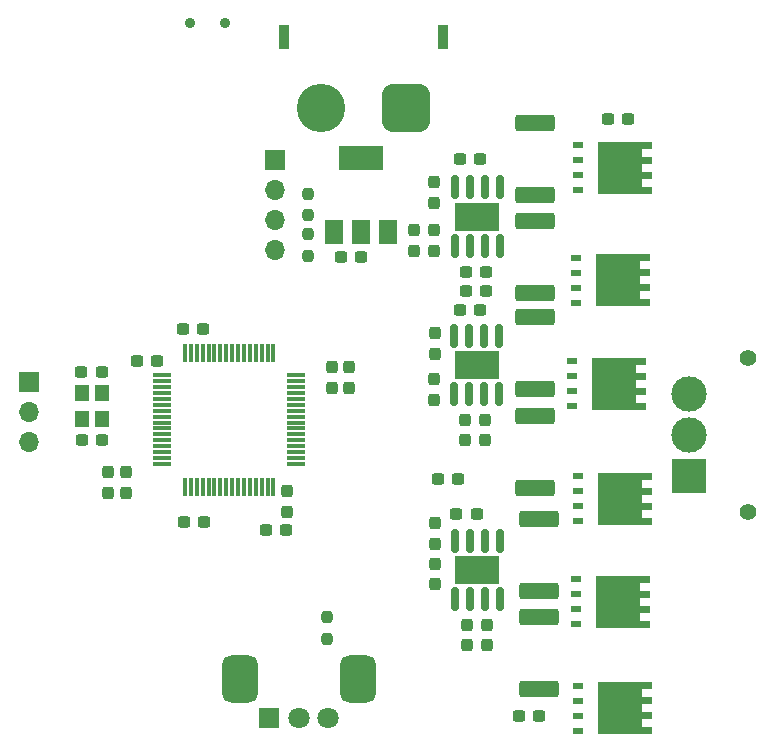
<source format=gbr>
%TF.GenerationSoftware,KiCad,Pcbnew,7.0.7*%
%TF.CreationDate,2024-09-12T14:34:45-05:00*%
%TF.ProjectId,ESC,4553432e-6b69-4636-9164-5f7063625858,rev?*%
%TF.SameCoordinates,Original*%
%TF.FileFunction,Soldermask,Top*%
%TF.FilePolarity,Negative*%
%FSLAX46Y46*%
G04 Gerber Fmt 4.6, Leading zero omitted, Abs format (unit mm)*
G04 Created by KiCad (PCBNEW 7.0.7) date 2024-09-12 14:34:45*
%MOMM*%
%LPD*%
G01*
G04 APERTURE LIST*
G04 Aperture macros list*
%AMRoundRect*
0 Rectangle with rounded corners*
0 $1 Rounding radius*
0 $2 $3 $4 $5 $6 $7 $8 $9 X,Y pos of 4 corners*
0 Add a 4 corners polygon primitive as box body*
4,1,4,$2,$3,$4,$5,$6,$7,$8,$9,$2,$3,0*
0 Add four circle primitives for the rounded corners*
1,1,$1+$1,$2,$3*
1,1,$1+$1,$4,$5*
1,1,$1+$1,$6,$7*
1,1,$1+$1,$8,$9*
0 Add four rect primitives between the rounded corners*
20,1,$1+$1,$2,$3,$4,$5,0*
20,1,$1+$1,$4,$5,$6,$7,0*
20,1,$1+$1,$6,$7,$8,$9,0*
20,1,$1+$1,$8,$9,$2,$3,0*%
%AMFreePoly0*
4,1,17,2.675000,1.605000,1.875000,1.605000,1.875000,0.935000,2.675000,0.935000,2.675000,0.335000,1.875000,0.335000,1.875000,-0.335000,2.675000,-0.335000,2.675000,-0.935000,1.875000,-0.935000,1.875000,-1.605000,2.675000,-1.605000,2.675000,-2.205000,-1.875000,-2.205000,-1.875000,2.205000,2.675000,2.205000,2.675000,1.605000,2.675000,1.605000,$1*%
G04 Aperture macros list end*
%ADD10RoundRect,0.237500X0.300000X0.237500X-0.300000X0.237500X-0.300000X-0.237500X0.300000X-0.237500X0*%
%ADD11RoundRect,0.237500X-0.237500X0.300000X-0.237500X-0.300000X0.237500X-0.300000X0.237500X0.300000X0*%
%ADD12RoundRect,0.237500X-0.300000X-0.237500X0.300000X-0.237500X0.300000X0.237500X-0.300000X0.237500X0*%
%ADD13R,1.200000X1.400000*%
%ADD14FreePoly0,0.000000*%
%ADD15R,0.850000X0.500000*%
%ADD16R,0.900000X2.000000*%
%ADD17RoundRect,1.025000X-1.025000X-1.025000X1.025000X-1.025000X1.025000X1.025000X-1.025000X1.025000X0*%
%ADD18C,4.100000*%
%ADD19R,1.700000X1.700000*%
%ADD20O,1.700000X1.700000*%
%ADD21RoundRect,0.150000X0.150000X-0.825000X0.150000X0.825000X-0.150000X0.825000X-0.150000X-0.825000X0*%
%ADD22R,3.810000X2.410000*%
%ADD23RoundRect,0.249999X-1.425001X0.450001X-1.425001X-0.450001X1.425001X-0.450001X1.425001X0.450001X0*%
%ADD24RoundRect,0.237500X-0.237500X0.287500X-0.237500X-0.287500X0.237500X-0.287500X0.237500X0.287500X0*%
%ADD25RoundRect,0.075000X-0.700000X-0.075000X0.700000X-0.075000X0.700000X0.075000X-0.700000X0.075000X0*%
%ADD26RoundRect,0.075000X-0.075000X-0.700000X0.075000X-0.700000X0.075000X0.700000X-0.075000X0.700000X0*%
%ADD27RoundRect,0.237500X0.237500X-0.250000X0.237500X0.250000X-0.237500X0.250000X-0.237500X-0.250000X0*%
%ADD28RoundRect,0.237500X0.237500X-0.300000X0.237500X0.300000X-0.237500X0.300000X-0.237500X-0.300000X0*%
%ADD29C,1.400000*%
%ADD30R,3.000000X3.000000*%
%ADD31C,3.000000*%
%ADD32RoundRect,0.237500X-0.237500X0.250000X-0.237500X-0.250000X0.237500X-0.250000X0.237500X0.250000X0*%
%ADD33R,1.800000X1.800000*%
%ADD34C,1.800000*%
%ADD35RoundRect,0.750000X-0.750000X1.250000X-0.750000X-1.250000X0.750000X-1.250000X0.750000X1.250000X0*%
%ADD36RoundRect,0.249999X1.425001X-0.450001X1.425001X0.450001X-1.425001X0.450001X-1.425001X-0.450001X0*%
%ADD37R,1.500000X2.000000*%
%ADD38R,3.800000X2.000000*%
%ADD39C,0.900000*%
G04 APERTURE END LIST*
D10*
%TO.C,C16*%
X204672100Y-89204800D03*
X202947100Y-89204800D03*
%TD*%
D11*
%TO.C,C13*%
X210822800Y-99518300D03*
X210822800Y-101243300D03*
%TD*%
D12*
%TO.C,C14*%
X213008300Y-93675200D03*
X214733300Y-93675200D03*
%TD*%
D13*
%TO.C,Y1*%
X181014000Y-100677800D03*
X181014000Y-102877800D03*
X182714000Y-102877800D03*
X182714000Y-100677800D03*
%TD*%
D14*
%TO.C,Q2*%
X226350000Y-91150000D03*
D15*
X222800000Y-89245000D03*
X222800000Y-90515000D03*
X222800000Y-91785000D03*
X222800000Y-93055000D03*
%TD*%
D10*
%TO.C,C10*%
X191362500Y-111607600D03*
X189637500Y-111607600D03*
%TD*%
D12*
%TO.C,C33*%
X196597100Y-112293400D03*
X198322100Y-112293400D03*
%TD*%
D16*
%TO.C,J1*%
X198075600Y-70550800D03*
X211575600Y-70550800D03*
D17*
X208425600Y-76550800D03*
D18*
X201225600Y-76550800D03*
%TD*%
D19*
%TO.C,J4*%
X197307200Y-80975200D03*
D20*
X197307200Y-83515200D03*
X197307200Y-86055200D03*
X197307200Y-88595200D03*
%TD*%
D14*
%TO.C,Q1*%
X226550000Y-81635000D03*
D15*
X223000000Y-79730000D03*
X223000000Y-81000000D03*
X223000000Y-82270000D03*
X223000000Y-83540000D03*
%TD*%
D10*
%TO.C,C9*%
X182726500Y-104673400D03*
X181001500Y-104673400D03*
%TD*%
D21*
%TO.C,U7*%
X212547200Y-118132400D03*
X213817200Y-118132400D03*
X215087200Y-118132400D03*
X216357200Y-118132400D03*
X216357200Y-113182400D03*
X215087200Y-113182400D03*
X213817200Y-113182400D03*
X212547200Y-113182400D03*
D22*
X214452200Y-115657400D03*
%TD*%
D10*
%TO.C,C19*%
X227262500Y-77500000D03*
X225537500Y-77500000D03*
%TD*%
D12*
%TO.C,C15*%
X211137500Y-108000000D03*
X212862500Y-108000000D03*
%TD*%
D21*
%TO.C,U5*%
X212509400Y-100814200D03*
X213779400Y-100814200D03*
X215049400Y-100814200D03*
X216319400Y-100814200D03*
X216319400Y-95864200D03*
X215049400Y-95864200D03*
X213779400Y-95864200D03*
X212509400Y-95864200D03*
D22*
X214414400Y-98339200D03*
%TD*%
D23*
%TO.C,R1*%
X219357200Y-102614000D03*
X219357200Y-108714000D03*
%TD*%
D24*
%TO.C,D3*%
X210921600Y-111697800D03*
X210921600Y-113447800D03*
%TD*%
%TO.C,D1*%
X210921600Y-95645000D03*
X210921600Y-97395000D03*
%TD*%
D25*
%TO.C,U1*%
X187796800Y-99196200D03*
X187796800Y-99696200D03*
X187796800Y-100196200D03*
X187796800Y-100696200D03*
X187796800Y-101196200D03*
X187796800Y-101696200D03*
X187796800Y-102196200D03*
X187796800Y-102696200D03*
X187796800Y-103196200D03*
X187796800Y-103696200D03*
X187796800Y-104196200D03*
X187796800Y-104696200D03*
X187796800Y-105196200D03*
X187796800Y-105696200D03*
X187796800Y-106196200D03*
X187796800Y-106696200D03*
D26*
X189721800Y-108621200D03*
X190221800Y-108621200D03*
X190721800Y-108621200D03*
X191221800Y-108621200D03*
X191721800Y-108621200D03*
X192221800Y-108621200D03*
X192721800Y-108621200D03*
X193221800Y-108621200D03*
X193721800Y-108621200D03*
X194221800Y-108621200D03*
X194721800Y-108621200D03*
X195221800Y-108621200D03*
X195721800Y-108621200D03*
X196221800Y-108621200D03*
X196721800Y-108621200D03*
X197221800Y-108621200D03*
D25*
X199146800Y-106696200D03*
X199146800Y-106196200D03*
X199146800Y-105696200D03*
X199146800Y-105196200D03*
X199146800Y-104696200D03*
X199146800Y-104196200D03*
X199146800Y-103696200D03*
X199146800Y-103196200D03*
X199146800Y-102696200D03*
X199146800Y-102196200D03*
X199146800Y-101696200D03*
X199146800Y-101196200D03*
X199146800Y-100696200D03*
X199146800Y-100196200D03*
X199146800Y-99696200D03*
X199146800Y-99196200D03*
D26*
X197221800Y-97271200D03*
X196721800Y-97271200D03*
X196221800Y-97271200D03*
X195721800Y-97271200D03*
X195221800Y-97271200D03*
X194721800Y-97271200D03*
X194221800Y-97271200D03*
X193721800Y-97271200D03*
X193221800Y-97271200D03*
X192721800Y-97271200D03*
X192221800Y-97271200D03*
X191721800Y-97271200D03*
X191221800Y-97271200D03*
X190721800Y-97271200D03*
X190221800Y-97271200D03*
X189721800Y-97271200D03*
%TD*%
D10*
%TO.C,C8*%
X182675700Y-98907600D03*
X180950700Y-98907600D03*
%TD*%
D12*
%TO.C,C2*%
X189535900Y-95300800D03*
X191260900Y-95300800D03*
%TD*%
D11*
%TO.C,C5*%
X183210200Y-107392300D03*
X183210200Y-109117300D03*
%TD*%
D12*
%TO.C,C23*%
X212700700Y-110947200D03*
X214425700Y-110947200D03*
%TD*%
D11*
%TO.C,C3*%
X202133200Y-98502300D03*
X202133200Y-100227300D03*
%TD*%
D27*
%TO.C,R4*%
X200152000Y-85646900D03*
X200152000Y-83821900D03*
%TD*%
D28*
%TO.C,JP6*%
X215090000Y-104697700D03*
X215090000Y-102972700D03*
%TD*%
D29*
%TO.C,J2*%
X237435000Y-97741600D03*
X237435000Y-110741600D03*
D30*
X232435000Y-107741600D03*
D31*
X232435000Y-104241600D03*
X232435000Y-100741600D03*
%TD*%
D32*
%TO.C,R9*%
X201777600Y-119686700D03*
X201777600Y-121511700D03*
%TD*%
D11*
%TO.C,C6*%
X184708800Y-107392300D03*
X184708800Y-109117300D03*
%TD*%
D12*
%TO.C,JP4*%
X213513500Y-92049600D03*
X215238500Y-92049600D03*
%TD*%
D10*
%TO.C,C22*%
X219725000Y-128000000D03*
X218000000Y-128000000D03*
%TD*%
%TO.C,C1*%
X187374700Y-97967800D03*
X185649700Y-97967800D03*
%TD*%
D14*
%TO.C,Q5*%
X226550000Y-127365000D03*
D15*
X223000000Y-125460000D03*
X223000000Y-126730000D03*
X223000000Y-128000000D03*
X223000000Y-129270000D03*
%TD*%
D11*
%TO.C,C17*%
X209092800Y-86919900D03*
X209092800Y-88644900D03*
%TD*%
D33*
%TO.C,RV1*%
X196864200Y-128165600D03*
D34*
X199364200Y-128165600D03*
X201864200Y-128165600D03*
D35*
X194364200Y-124865600D03*
X204364200Y-124865600D03*
%TD*%
D14*
%TO.C,Q6*%
X226350000Y-118365000D03*
D15*
X222800000Y-116460000D03*
X222800000Y-117730000D03*
X222800000Y-119000000D03*
X222800000Y-120270000D03*
%TD*%
D28*
%TO.C,JP1*%
X213464400Y-104697700D03*
X213464400Y-102972700D03*
%TD*%
D12*
%TO.C,C20*%
X213008300Y-80873600D03*
X214733300Y-80873600D03*
%TD*%
D23*
%TO.C,R6*%
X219357200Y-86154800D03*
X219357200Y-92254800D03*
%TD*%
%TO.C,R2*%
X219357200Y-94282800D03*
X219357200Y-100382800D03*
%TD*%
D10*
%TO.C,JP2*%
X215238500Y-90424000D03*
X213513500Y-90424000D03*
%TD*%
D23*
%TO.C,R8*%
X219659200Y-119682800D03*
X219659200Y-125782800D03*
%TD*%
D11*
%TO.C,C21*%
X210921600Y-115164700D03*
X210921600Y-116889700D03*
%TD*%
D23*
%TO.C,R7*%
X219659200Y-111351600D03*
X219659200Y-117451600D03*
%TD*%
D19*
%TO.C,J5*%
X176479200Y-99786200D03*
D20*
X176479200Y-102326200D03*
X176479200Y-104866200D03*
%TD*%
D28*
%TO.C,JP3*%
X213646000Y-122052500D03*
X213646000Y-120327500D03*
%TD*%
D21*
%TO.C,U6*%
X212575400Y-88225400D03*
X213845400Y-88225400D03*
X215115400Y-88225400D03*
X216385400Y-88225400D03*
X216385400Y-83275400D03*
X215115400Y-83275400D03*
X213845400Y-83275400D03*
X212575400Y-83275400D03*
D22*
X214480400Y-85750400D03*
%TD*%
D24*
%TO.C,D2*%
X210822800Y-82843400D03*
X210822800Y-84593400D03*
%TD*%
D27*
%TO.C,R3*%
X200152000Y-89050500D03*
X200152000Y-87225500D03*
%TD*%
D36*
%TO.C,R5*%
X219357200Y-83923600D03*
X219357200Y-77823600D03*
%TD*%
D11*
%TO.C,C18*%
X210822800Y-86919900D03*
X210822800Y-88644900D03*
%TD*%
D28*
%TO.C,JP5*%
X215271600Y-122052500D03*
X215271600Y-120327500D03*
%TD*%
D11*
%TO.C,C7*%
X203606400Y-98502300D03*
X203606400Y-100227300D03*
%TD*%
D37*
%TO.C,U2*%
X202322400Y-87071600D03*
X204622400Y-87071600D03*
D38*
X204622400Y-80771600D03*
D37*
X206922400Y-87071600D03*
%TD*%
D14*
%TO.C,Q4*%
X226050000Y-99905000D03*
D15*
X222500000Y-98000000D03*
X222500000Y-99270000D03*
X222500000Y-100540000D03*
X222500000Y-101810000D03*
%TD*%
D14*
%TO.C,Q3*%
X226550000Y-109635000D03*
D15*
X223000000Y-107730000D03*
X223000000Y-109000000D03*
X223000000Y-110270000D03*
X223000000Y-111540000D03*
%TD*%
D11*
%TO.C,C4*%
X198374000Y-109017900D03*
X198374000Y-110742900D03*
%TD*%
D39*
%TO.C,SW1*%
X190141600Y-69392800D03*
X193141600Y-69392800D03*
%TD*%
M02*

</source>
